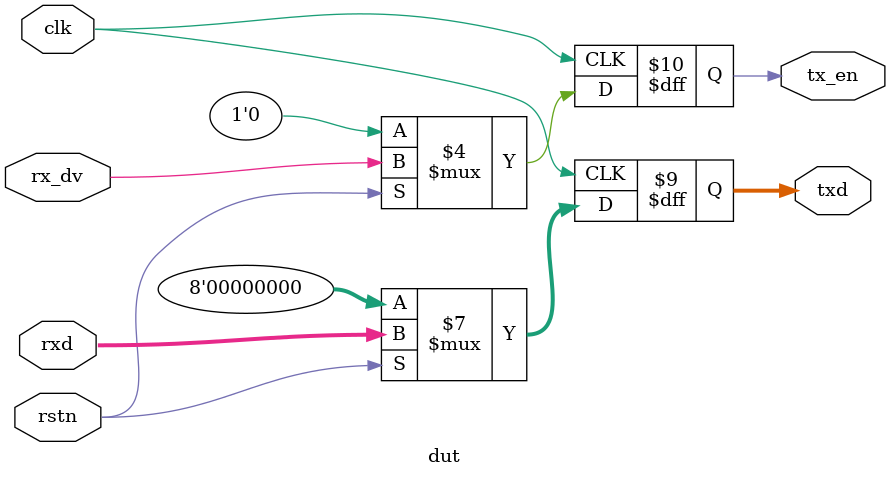
<source format=sv>
module dut(
  input clk, rstn,
  input logic[7:0] rxd,
  input logic rx_dv,
  output logic[7:0] txd,
  output logic tx_en
);
  
  always@(posedge clk)begin
    if(!rstn) begin
      txd   <= 0;
      tx_en <= 0;
    end
    else begin
      txd    <= rxd;
      tx_en	 <= rx_dv;
    end
  end
endmodule

</source>
